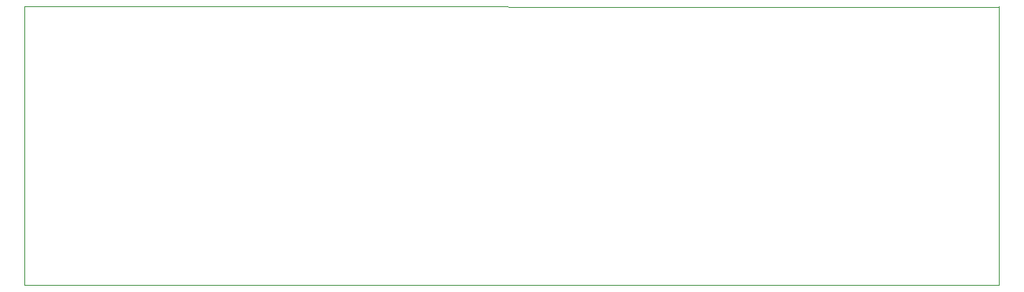
<source format=gbr>
%TF.GenerationSoftware,KiCad,Pcbnew,(6.0.6)*%
%TF.CreationDate,2022-10-06T01:30:09-05:00*%
%TF.ProjectId,better-klipper-expander,62657474-6572-42d6-9b6c-69707065722d,V1*%
%TF.SameCoordinates,Original*%
%TF.FileFunction,Profile,NP*%
%FSLAX46Y46*%
G04 Gerber Fmt 4.6, Leading zero omitted, Abs format (unit mm)*
G04 Created by KiCad (PCBNEW (6.0.6)) date 2022-10-06 01:30:09*
%MOMM*%
%LPD*%
G01*
G04 APERTURE LIST*
%TA.AperFunction,Profile*%
%ADD10C,0.050000*%
%TD*%
G04 APERTURE END LIST*
D10*
X88045000Y-77495000D02*
X88045000Y-107495000D01*
X193045000Y-77500000D02*
X88045000Y-77495000D01*
X88045000Y-107495000D02*
X193045000Y-107495000D01*
X193045000Y-107495000D02*
X193045000Y-77495000D01*
M02*

</source>
